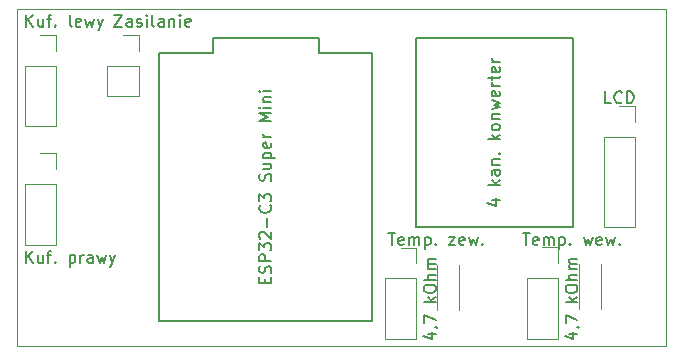
<source format=gbr>
%TF.GenerationSoftware,KiCad,Pcbnew,8.0.4*%
%TF.CreationDate,2024-09-06T18:43:01+02:00*%
%TF.ProjectId,Kokpit Final,4b6f6b70-6974-4204-9669-6e616c2e6b69,rev?*%
%TF.SameCoordinates,Original*%
%TF.FileFunction,Legend,Top*%
%TF.FilePolarity,Positive*%
%FSLAX46Y46*%
G04 Gerber Fmt 4.6, Leading zero omitted, Abs format (unit mm)*
G04 Created by KiCad (PCBNEW 8.0.4) date 2024-09-06 18:43:01*
%MOMM*%
%LPD*%
G01*
G04 APERTURE LIST*
%ADD10C,0.100000*%
%ADD11C,0.150000*%
%ADD12C,0.120000*%
%ADD13C,0.127000*%
G04 APERTURE END LIST*
D10*
X39000000Y-51000000D02*
X39000000Y-22500000D01*
X94000000Y-51000000D02*
X39000000Y-51000000D01*
X94000000Y-22500000D02*
X94000000Y-51000000D01*
X39000000Y-22500000D02*
X94000000Y-22500000D01*
D11*
X39785714Y-23954819D02*
X39785714Y-22954819D01*
X40357142Y-23954819D02*
X39928571Y-23383390D01*
X40357142Y-22954819D02*
X39785714Y-23526247D01*
X41214285Y-23288152D02*
X41214285Y-23954819D01*
X40785714Y-23288152D02*
X40785714Y-23811961D01*
X40785714Y-23811961D02*
X40833333Y-23907200D01*
X40833333Y-23907200D02*
X40928571Y-23954819D01*
X40928571Y-23954819D02*
X41071428Y-23954819D01*
X41071428Y-23954819D02*
X41166666Y-23907200D01*
X41166666Y-23907200D02*
X41214285Y-23859580D01*
X41547619Y-23288152D02*
X41928571Y-23288152D01*
X41690476Y-23954819D02*
X41690476Y-23097676D01*
X41690476Y-23097676D02*
X41738095Y-23002438D01*
X41738095Y-23002438D02*
X41833333Y-22954819D01*
X41833333Y-22954819D02*
X41928571Y-22954819D01*
X42261905Y-23859580D02*
X42309524Y-23907200D01*
X42309524Y-23907200D02*
X42261905Y-23954819D01*
X42261905Y-23954819D02*
X42214286Y-23907200D01*
X42214286Y-23907200D02*
X42261905Y-23859580D01*
X42261905Y-23859580D02*
X42261905Y-23954819D01*
X43642857Y-23954819D02*
X43547619Y-23907200D01*
X43547619Y-23907200D02*
X43500000Y-23811961D01*
X43500000Y-23811961D02*
X43500000Y-22954819D01*
X44404762Y-23907200D02*
X44309524Y-23954819D01*
X44309524Y-23954819D02*
X44119048Y-23954819D01*
X44119048Y-23954819D02*
X44023810Y-23907200D01*
X44023810Y-23907200D02*
X43976191Y-23811961D01*
X43976191Y-23811961D02*
X43976191Y-23431009D01*
X43976191Y-23431009D02*
X44023810Y-23335771D01*
X44023810Y-23335771D02*
X44119048Y-23288152D01*
X44119048Y-23288152D02*
X44309524Y-23288152D01*
X44309524Y-23288152D02*
X44404762Y-23335771D01*
X44404762Y-23335771D02*
X44452381Y-23431009D01*
X44452381Y-23431009D02*
X44452381Y-23526247D01*
X44452381Y-23526247D02*
X43976191Y-23621485D01*
X44785715Y-23288152D02*
X44976191Y-23954819D01*
X44976191Y-23954819D02*
X45166667Y-23478628D01*
X45166667Y-23478628D02*
X45357143Y-23954819D01*
X45357143Y-23954819D02*
X45547619Y-23288152D01*
X45833334Y-23288152D02*
X46071429Y-23954819D01*
X46309524Y-23288152D02*
X46071429Y-23954819D01*
X46071429Y-23954819D02*
X45976191Y-24192914D01*
X45976191Y-24192914D02*
X45928572Y-24240533D01*
X45928572Y-24240533D02*
X45833334Y-24288152D01*
X47238095Y-22954819D02*
X47904761Y-22954819D01*
X47904761Y-22954819D02*
X47238095Y-23954819D01*
X47238095Y-23954819D02*
X47904761Y-23954819D01*
X48714285Y-23954819D02*
X48714285Y-23431009D01*
X48714285Y-23431009D02*
X48666666Y-23335771D01*
X48666666Y-23335771D02*
X48571428Y-23288152D01*
X48571428Y-23288152D02*
X48380952Y-23288152D01*
X48380952Y-23288152D02*
X48285714Y-23335771D01*
X48714285Y-23907200D02*
X48619047Y-23954819D01*
X48619047Y-23954819D02*
X48380952Y-23954819D01*
X48380952Y-23954819D02*
X48285714Y-23907200D01*
X48285714Y-23907200D02*
X48238095Y-23811961D01*
X48238095Y-23811961D02*
X48238095Y-23716723D01*
X48238095Y-23716723D02*
X48285714Y-23621485D01*
X48285714Y-23621485D02*
X48380952Y-23573866D01*
X48380952Y-23573866D02*
X48619047Y-23573866D01*
X48619047Y-23573866D02*
X48714285Y-23526247D01*
X49142857Y-23907200D02*
X49238095Y-23954819D01*
X49238095Y-23954819D02*
X49428571Y-23954819D01*
X49428571Y-23954819D02*
X49523809Y-23907200D01*
X49523809Y-23907200D02*
X49571428Y-23811961D01*
X49571428Y-23811961D02*
X49571428Y-23764342D01*
X49571428Y-23764342D02*
X49523809Y-23669104D01*
X49523809Y-23669104D02*
X49428571Y-23621485D01*
X49428571Y-23621485D02*
X49285714Y-23621485D01*
X49285714Y-23621485D02*
X49190476Y-23573866D01*
X49190476Y-23573866D02*
X49142857Y-23478628D01*
X49142857Y-23478628D02*
X49142857Y-23431009D01*
X49142857Y-23431009D02*
X49190476Y-23335771D01*
X49190476Y-23335771D02*
X49285714Y-23288152D01*
X49285714Y-23288152D02*
X49428571Y-23288152D01*
X49428571Y-23288152D02*
X49523809Y-23335771D01*
X50000000Y-23954819D02*
X50000000Y-23288152D01*
X50000000Y-22954819D02*
X49952381Y-23002438D01*
X49952381Y-23002438D02*
X50000000Y-23050057D01*
X50000000Y-23050057D02*
X50047619Y-23002438D01*
X50047619Y-23002438D02*
X50000000Y-22954819D01*
X50000000Y-22954819D02*
X50000000Y-23050057D01*
X50619047Y-23954819D02*
X50523809Y-23907200D01*
X50523809Y-23907200D02*
X50476190Y-23811961D01*
X50476190Y-23811961D02*
X50476190Y-22954819D01*
X51428571Y-23954819D02*
X51428571Y-23431009D01*
X51428571Y-23431009D02*
X51380952Y-23335771D01*
X51380952Y-23335771D02*
X51285714Y-23288152D01*
X51285714Y-23288152D02*
X51095238Y-23288152D01*
X51095238Y-23288152D02*
X51000000Y-23335771D01*
X51428571Y-23907200D02*
X51333333Y-23954819D01*
X51333333Y-23954819D02*
X51095238Y-23954819D01*
X51095238Y-23954819D02*
X51000000Y-23907200D01*
X51000000Y-23907200D02*
X50952381Y-23811961D01*
X50952381Y-23811961D02*
X50952381Y-23716723D01*
X50952381Y-23716723D02*
X51000000Y-23621485D01*
X51000000Y-23621485D02*
X51095238Y-23573866D01*
X51095238Y-23573866D02*
X51333333Y-23573866D01*
X51333333Y-23573866D02*
X51428571Y-23526247D01*
X51904762Y-23288152D02*
X51904762Y-23954819D01*
X51904762Y-23383390D02*
X51952381Y-23335771D01*
X51952381Y-23335771D02*
X52047619Y-23288152D01*
X52047619Y-23288152D02*
X52190476Y-23288152D01*
X52190476Y-23288152D02*
X52285714Y-23335771D01*
X52285714Y-23335771D02*
X52333333Y-23431009D01*
X52333333Y-23431009D02*
X52333333Y-23954819D01*
X52809524Y-23954819D02*
X52809524Y-23288152D01*
X52809524Y-22954819D02*
X52761905Y-23002438D01*
X52761905Y-23002438D02*
X52809524Y-23050057D01*
X52809524Y-23050057D02*
X52857143Y-23002438D01*
X52857143Y-23002438D02*
X52809524Y-22954819D01*
X52809524Y-22954819D02*
X52809524Y-23050057D01*
X53666666Y-23907200D02*
X53571428Y-23954819D01*
X53571428Y-23954819D02*
X53380952Y-23954819D01*
X53380952Y-23954819D02*
X53285714Y-23907200D01*
X53285714Y-23907200D02*
X53238095Y-23811961D01*
X53238095Y-23811961D02*
X53238095Y-23431009D01*
X53238095Y-23431009D02*
X53285714Y-23335771D01*
X53285714Y-23335771D02*
X53380952Y-23288152D01*
X53380952Y-23288152D02*
X53571428Y-23288152D01*
X53571428Y-23288152D02*
X53666666Y-23335771D01*
X53666666Y-23335771D02*
X53714285Y-23431009D01*
X53714285Y-23431009D02*
X53714285Y-23526247D01*
X53714285Y-23526247D02*
X53238095Y-23621485D01*
X39761904Y-43954819D02*
X39761904Y-42954819D01*
X40333332Y-43954819D02*
X39904761Y-43383390D01*
X40333332Y-42954819D02*
X39761904Y-43526247D01*
X41190475Y-43288152D02*
X41190475Y-43954819D01*
X40761904Y-43288152D02*
X40761904Y-43811961D01*
X40761904Y-43811961D02*
X40809523Y-43907200D01*
X40809523Y-43907200D02*
X40904761Y-43954819D01*
X40904761Y-43954819D02*
X41047618Y-43954819D01*
X41047618Y-43954819D02*
X41142856Y-43907200D01*
X41142856Y-43907200D02*
X41190475Y-43859580D01*
X41523809Y-43288152D02*
X41904761Y-43288152D01*
X41666666Y-43954819D02*
X41666666Y-43097676D01*
X41666666Y-43097676D02*
X41714285Y-43002438D01*
X41714285Y-43002438D02*
X41809523Y-42954819D01*
X41809523Y-42954819D02*
X41904761Y-42954819D01*
X42238095Y-43859580D02*
X42285714Y-43907200D01*
X42285714Y-43907200D02*
X42238095Y-43954819D01*
X42238095Y-43954819D02*
X42190476Y-43907200D01*
X42190476Y-43907200D02*
X42238095Y-43859580D01*
X42238095Y-43859580D02*
X42238095Y-43954819D01*
X43476190Y-43288152D02*
X43476190Y-44288152D01*
X43476190Y-43335771D02*
X43571428Y-43288152D01*
X43571428Y-43288152D02*
X43761904Y-43288152D01*
X43761904Y-43288152D02*
X43857142Y-43335771D01*
X43857142Y-43335771D02*
X43904761Y-43383390D01*
X43904761Y-43383390D02*
X43952380Y-43478628D01*
X43952380Y-43478628D02*
X43952380Y-43764342D01*
X43952380Y-43764342D02*
X43904761Y-43859580D01*
X43904761Y-43859580D02*
X43857142Y-43907200D01*
X43857142Y-43907200D02*
X43761904Y-43954819D01*
X43761904Y-43954819D02*
X43571428Y-43954819D01*
X43571428Y-43954819D02*
X43476190Y-43907200D01*
X44380952Y-43954819D02*
X44380952Y-43288152D01*
X44380952Y-43478628D02*
X44428571Y-43383390D01*
X44428571Y-43383390D02*
X44476190Y-43335771D01*
X44476190Y-43335771D02*
X44571428Y-43288152D01*
X44571428Y-43288152D02*
X44666666Y-43288152D01*
X45428571Y-43954819D02*
X45428571Y-43431009D01*
X45428571Y-43431009D02*
X45380952Y-43335771D01*
X45380952Y-43335771D02*
X45285714Y-43288152D01*
X45285714Y-43288152D02*
X45095238Y-43288152D01*
X45095238Y-43288152D02*
X45000000Y-43335771D01*
X45428571Y-43907200D02*
X45333333Y-43954819D01*
X45333333Y-43954819D02*
X45095238Y-43954819D01*
X45095238Y-43954819D02*
X45000000Y-43907200D01*
X45000000Y-43907200D02*
X44952381Y-43811961D01*
X44952381Y-43811961D02*
X44952381Y-43716723D01*
X44952381Y-43716723D02*
X45000000Y-43621485D01*
X45000000Y-43621485D02*
X45095238Y-43573866D01*
X45095238Y-43573866D02*
X45333333Y-43573866D01*
X45333333Y-43573866D02*
X45428571Y-43526247D01*
X45809524Y-43288152D02*
X46000000Y-43954819D01*
X46000000Y-43954819D02*
X46190476Y-43478628D01*
X46190476Y-43478628D02*
X46380952Y-43954819D01*
X46380952Y-43954819D02*
X46571428Y-43288152D01*
X46857143Y-43288152D02*
X47095238Y-43954819D01*
X47333333Y-43288152D02*
X47095238Y-43954819D01*
X47095238Y-43954819D02*
X47000000Y-44192914D01*
X47000000Y-44192914D02*
X46952381Y-44240533D01*
X46952381Y-44240533D02*
X46857143Y-44288152D01*
X81833334Y-41454819D02*
X82404762Y-41454819D01*
X82119048Y-42454819D02*
X82119048Y-41454819D01*
X83119048Y-42407200D02*
X83023810Y-42454819D01*
X83023810Y-42454819D02*
X82833334Y-42454819D01*
X82833334Y-42454819D02*
X82738096Y-42407200D01*
X82738096Y-42407200D02*
X82690477Y-42311961D01*
X82690477Y-42311961D02*
X82690477Y-41931009D01*
X82690477Y-41931009D02*
X82738096Y-41835771D01*
X82738096Y-41835771D02*
X82833334Y-41788152D01*
X82833334Y-41788152D02*
X83023810Y-41788152D01*
X83023810Y-41788152D02*
X83119048Y-41835771D01*
X83119048Y-41835771D02*
X83166667Y-41931009D01*
X83166667Y-41931009D02*
X83166667Y-42026247D01*
X83166667Y-42026247D02*
X82690477Y-42121485D01*
X83595239Y-42454819D02*
X83595239Y-41788152D01*
X83595239Y-41883390D02*
X83642858Y-41835771D01*
X83642858Y-41835771D02*
X83738096Y-41788152D01*
X83738096Y-41788152D02*
X83880953Y-41788152D01*
X83880953Y-41788152D02*
X83976191Y-41835771D01*
X83976191Y-41835771D02*
X84023810Y-41931009D01*
X84023810Y-41931009D02*
X84023810Y-42454819D01*
X84023810Y-41931009D02*
X84071429Y-41835771D01*
X84071429Y-41835771D02*
X84166667Y-41788152D01*
X84166667Y-41788152D02*
X84309524Y-41788152D01*
X84309524Y-41788152D02*
X84404763Y-41835771D01*
X84404763Y-41835771D02*
X84452382Y-41931009D01*
X84452382Y-41931009D02*
X84452382Y-42454819D01*
X84928572Y-41788152D02*
X84928572Y-42788152D01*
X84928572Y-41835771D02*
X85023810Y-41788152D01*
X85023810Y-41788152D02*
X85214286Y-41788152D01*
X85214286Y-41788152D02*
X85309524Y-41835771D01*
X85309524Y-41835771D02*
X85357143Y-41883390D01*
X85357143Y-41883390D02*
X85404762Y-41978628D01*
X85404762Y-41978628D02*
X85404762Y-42264342D01*
X85404762Y-42264342D02*
X85357143Y-42359580D01*
X85357143Y-42359580D02*
X85309524Y-42407200D01*
X85309524Y-42407200D02*
X85214286Y-42454819D01*
X85214286Y-42454819D02*
X85023810Y-42454819D01*
X85023810Y-42454819D02*
X84928572Y-42407200D01*
X85833334Y-42359580D02*
X85880953Y-42407200D01*
X85880953Y-42407200D02*
X85833334Y-42454819D01*
X85833334Y-42454819D02*
X85785715Y-42407200D01*
X85785715Y-42407200D02*
X85833334Y-42359580D01*
X85833334Y-42359580D02*
X85833334Y-42454819D01*
X86976191Y-41788152D02*
X87166667Y-42454819D01*
X87166667Y-42454819D02*
X87357143Y-41978628D01*
X87357143Y-41978628D02*
X87547619Y-42454819D01*
X87547619Y-42454819D02*
X87738095Y-41788152D01*
X88500000Y-42407200D02*
X88404762Y-42454819D01*
X88404762Y-42454819D02*
X88214286Y-42454819D01*
X88214286Y-42454819D02*
X88119048Y-42407200D01*
X88119048Y-42407200D02*
X88071429Y-42311961D01*
X88071429Y-42311961D02*
X88071429Y-41931009D01*
X88071429Y-41931009D02*
X88119048Y-41835771D01*
X88119048Y-41835771D02*
X88214286Y-41788152D01*
X88214286Y-41788152D02*
X88404762Y-41788152D01*
X88404762Y-41788152D02*
X88500000Y-41835771D01*
X88500000Y-41835771D02*
X88547619Y-41931009D01*
X88547619Y-41931009D02*
X88547619Y-42026247D01*
X88547619Y-42026247D02*
X88071429Y-42121485D01*
X88880953Y-41788152D02*
X89071429Y-42454819D01*
X89071429Y-42454819D02*
X89261905Y-41978628D01*
X89261905Y-41978628D02*
X89452381Y-42454819D01*
X89452381Y-42454819D02*
X89642857Y-41788152D01*
X90023810Y-42359580D02*
X90071429Y-42407200D01*
X90071429Y-42407200D02*
X90023810Y-42454819D01*
X90023810Y-42454819D02*
X89976191Y-42407200D01*
X89976191Y-42407200D02*
X90023810Y-42359580D01*
X90023810Y-42359580D02*
X90023810Y-42454819D01*
X70452381Y-41454819D02*
X71023809Y-41454819D01*
X70738095Y-42454819D02*
X70738095Y-41454819D01*
X71738095Y-42407200D02*
X71642857Y-42454819D01*
X71642857Y-42454819D02*
X71452381Y-42454819D01*
X71452381Y-42454819D02*
X71357143Y-42407200D01*
X71357143Y-42407200D02*
X71309524Y-42311961D01*
X71309524Y-42311961D02*
X71309524Y-41931009D01*
X71309524Y-41931009D02*
X71357143Y-41835771D01*
X71357143Y-41835771D02*
X71452381Y-41788152D01*
X71452381Y-41788152D02*
X71642857Y-41788152D01*
X71642857Y-41788152D02*
X71738095Y-41835771D01*
X71738095Y-41835771D02*
X71785714Y-41931009D01*
X71785714Y-41931009D02*
X71785714Y-42026247D01*
X71785714Y-42026247D02*
X71309524Y-42121485D01*
X72214286Y-42454819D02*
X72214286Y-41788152D01*
X72214286Y-41883390D02*
X72261905Y-41835771D01*
X72261905Y-41835771D02*
X72357143Y-41788152D01*
X72357143Y-41788152D02*
X72500000Y-41788152D01*
X72500000Y-41788152D02*
X72595238Y-41835771D01*
X72595238Y-41835771D02*
X72642857Y-41931009D01*
X72642857Y-41931009D02*
X72642857Y-42454819D01*
X72642857Y-41931009D02*
X72690476Y-41835771D01*
X72690476Y-41835771D02*
X72785714Y-41788152D01*
X72785714Y-41788152D02*
X72928571Y-41788152D01*
X72928571Y-41788152D02*
X73023810Y-41835771D01*
X73023810Y-41835771D02*
X73071429Y-41931009D01*
X73071429Y-41931009D02*
X73071429Y-42454819D01*
X73547619Y-41788152D02*
X73547619Y-42788152D01*
X73547619Y-41835771D02*
X73642857Y-41788152D01*
X73642857Y-41788152D02*
X73833333Y-41788152D01*
X73833333Y-41788152D02*
X73928571Y-41835771D01*
X73928571Y-41835771D02*
X73976190Y-41883390D01*
X73976190Y-41883390D02*
X74023809Y-41978628D01*
X74023809Y-41978628D02*
X74023809Y-42264342D01*
X74023809Y-42264342D02*
X73976190Y-42359580D01*
X73976190Y-42359580D02*
X73928571Y-42407200D01*
X73928571Y-42407200D02*
X73833333Y-42454819D01*
X73833333Y-42454819D02*
X73642857Y-42454819D01*
X73642857Y-42454819D02*
X73547619Y-42407200D01*
X74452381Y-42359580D02*
X74500000Y-42407200D01*
X74500000Y-42407200D02*
X74452381Y-42454819D01*
X74452381Y-42454819D02*
X74404762Y-42407200D01*
X74404762Y-42407200D02*
X74452381Y-42359580D01*
X74452381Y-42359580D02*
X74452381Y-42454819D01*
X75595238Y-41788152D02*
X76119047Y-41788152D01*
X76119047Y-41788152D02*
X75595238Y-42454819D01*
X75595238Y-42454819D02*
X76119047Y-42454819D01*
X76880952Y-42407200D02*
X76785714Y-42454819D01*
X76785714Y-42454819D02*
X76595238Y-42454819D01*
X76595238Y-42454819D02*
X76500000Y-42407200D01*
X76500000Y-42407200D02*
X76452381Y-42311961D01*
X76452381Y-42311961D02*
X76452381Y-41931009D01*
X76452381Y-41931009D02*
X76500000Y-41835771D01*
X76500000Y-41835771D02*
X76595238Y-41788152D01*
X76595238Y-41788152D02*
X76785714Y-41788152D01*
X76785714Y-41788152D02*
X76880952Y-41835771D01*
X76880952Y-41835771D02*
X76928571Y-41931009D01*
X76928571Y-41931009D02*
X76928571Y-42026247D01*
X76928571Y-42026247D02*
X76452381Y-42121485D01*
X77261905Y-41788152D02*
X77452381Y-42454819D01*
X77452381Y-42454819D02*
X77642857Y-41978628D01*
X77642857Y-41978628D02*
X77833333Y-42454819D01*
X77833333Y-42454819D02*
X78023809Y-41788152D01*
X78404762Y-42359580D02*
X78452381Y-42407200D01*
X78452381Y-42407200D02*
X78404762Y-42454819D01*
X78404762Y-42454819D02*
X78357143Y-42407200D01*
X78357143Y-42407200D02*
X78404762Y-42359580D01*
X78404762Y-42359580D02*
X78404762Y-42454819D01*
X85788152Y-49952380D02*
X86454819Y-49952380D01*
X85407200Y-50190475D02*
X86121485Y-50428570D01*
X86121485Y-50428570D02*
X86121485Y-49809523D01*
X86407200Y-49380951D02*
X86454819Y-49380951D01*
X86454819Y-49380951D02*
X86550057Y-49428570D01*
X86550057Y-49428570D02*
X86597676Y-49476189D01*
X85454819Y-49047618D02*
X85454819Y-48380952D01*
X85454819Y-48380952D02*
X86454819Y-48809523D01*
X86454819Y-47238094D02*
X85454819Y-47238094D01*
X86073866Y-47142856D02*
X86454819Y-46857142D01*
X85788152Y-46857142D02*
X86169104Y-47238094D01*
X85454819Y-46238094D02*
X85454819Y-46047618D01*
X85454819Y-46047618D02*
X85502438Y-45952380D01*
X85502438Y-45952380D02*
X85597676Y-45857142D01*
X85597676Y-45857142D02*
X85788152Y-45809523D01*
X85788152Y-45809523D02*
X86121485Y-45809523D01*
X86121485Y-45809523D02*
X86311961Y-45857142D01*
X86311961Y-45857142D02*
X86407200Y-45952380D01*
X86407200Y-45952380D02*
X86454819Y-46047618D01*
X86454819Y-46047618D02*
X86454819Y-46238094D01*
X86454819Y-46238094D02*
X86407200Y-46333332D01*
X86407200Y-46333332D02*
X86311961Y-46428570D01*
X86311961Y-46428570D02*
X86121485Y-46476189D01*
X86121485Y-46476189D02*
X85788152Y-46476189D01*
X85788152Y-46476189D02*
X85597676Y-46428570D01*
X85597676Y-46428570D02*
X85502438Y-46333332D01*
X85502438Y-46333332D02*
X85454819Y-46238094D01*
X86454819Y-45380951D02*
X85454819Y-45380951D01*
X86454819Y-44952380D02*
X85931009Y-44952380D01*
X85931009Y-44952380D02*
X85835771Y-44999999D01*
X85835771Y-44999999D02*
X85788152Y-45095237D01*
X85788152Y-45095237D02*
X85788152Y-45238094D01*
X85788152Y-45238094D02*
X85835771Y-45333332D01*
X85835771Y-45333332D02*
X85883390Y-45380951D01*
X86454819Y-44476189D02*
X85788152Y-44476189D01*
X85883390Y-44476189D02*
X85835771Y-44428570D01*
X85835771Y-44428570D02*
X85788152Y-44333332D01*
X85788152Y-44333332D02*
X85788152Y-44190475D01*
X85788152Y-44190475D02*
X85835771Y-44095237D01*
X85835771Y-44095237D02*
X85931009Y-44047618D01*
X85931009Y-44047618D02*
X86454819Y-44047618D01*
X85931009Y-44047618D02*
X85835771Y-43999999D01*
X85835771Y-43999999D02*
X85788152Y-43904761D01*
X85788152Y-43904761D02*
X85788152Y-43761904D01*
X85788152Y-43761904D02*
X85835771Y-43666665D01*
X85835771Y-43666665D02*
X85931009Y-43619046D01*
X85931009Y-43619046D02*
X86454819Y-43619046D01*
X73788152Y-49952380D02*
X74454819Y-49952380D01*
X73407200Y-50190475D02*
X74121485Y-50428570D01*
X74121485Y-50428570D02*
X74121485Y-49809523D01*
X74407200Y-49380951D02*
X74454819Y-49380951D01*
X74454819Y-49380951D02*
X74550057Y-49428570D01*
X74550057Y-49428570D02*
X74597676Y-49476189D01*
X73454819Y-49047618D02*
X73454819Y-48380952D01*
X73454819Y-48380952D02*
X74454819Y-48809523D01*
X74454819Y-47238094D02*
X73454819Y-47238094D01*
X74073866Y-47142856D02*
X74454819Y-46857142D01*
X73788152Y-46857142D02*
X74169104Y-47238094D01*
X73454819Y-46238094D02*
X73454819Y-46047618D01*
X73454819Y-46047618D02*
X73502438Y-45952380D01*
X73502438Y-45952380D02*
X73597676Y-45857142D01*
X73597676Y-45857142D02*
X73788152Y-45809523D01*
X73788152Y-45809523D02*
X74121485Y-45809523D01*
X74121485Y-45809523D02*
X74311961Y-45857142D01*
X74311961Y-45857142D02*
X74407200Y-45952380D01*
X74407200Y-45952380D02*
X74454819Y-46047618D01*
X74454819Y-46047618D02*
X74454819Y-46238094D01*
X74454819Y-46238094D02*
X74407200Y-46333332D01*
X74407200Y-46333332D02*
X74311961Y-46428570D01*
X74311961Y-46428570D02*
X74121485Y-46476189D01*
X74121485Y-46476189D02*
X73788152Y-46476189D01*
X73788152Y-46476189D02*
X73597676Y-46428570D01*
X73597676Y-46428570D02*
X73502438Y-46333332D01*
X73502438Y-46333332D02*
X73454819Y-46238094D01*
X74454819Y-45380951D02*
X73454819Y-45380951D01*
X74454819Y-44952380D02*
X73931009Y-44952380D01*
X73931009Y-44952380D02*
X73835771Y-44999999D01*
X73835771Y-44999999D02*
X73788152Y-45095237D01*
X73788152Y-45095237D02*
X73788152Y-45238094D01*
X73788152Y-45238094D02*
X73835771Y-45333332D01*
X73835771Y-45333332D02*
X73883390Y-45380951D01*
X74454819Y-44476189D02*
X73788152Y-44476189D01*
X73883390Y-44476189D02*
X73835771Y-44428570D01*
X73835771Y-44428570D02*
X73788152Y-44333332D01*
X73788152Y-44333332D02*
X73788152Y-44190475D01*
X73788152Y-44190475D02*
X73835771Y-44095237D01*
X73835771Y-44095237D02*
X73931009Y-44047618D01*
X73931009Y-44047618D02*
X74454819Y-44047618D01*
X73931009Y-44047618D02*
X73835771Y-43999999D01*
X73835771Y-43999999D02*
X73788152Y-43904761D01*
X73788152Y-43904761D02*
X73788152Y-43761904D01*
X73788152Y-43761904D02*
X73835771Y-43666665D01*
X73835771Y-43666665D02*
X73931009Y-43619046D01*
X73931009Y-43619046D02*
X74454819Y-43619046D01*
X89309523Y-30454819D02*
X88833333Y-30454819D01*
X88833333Y-30454819D02*
X88833333Y-29454819D01*
X90214285Y-30359580D02*
X90166666Y-30407200D01*
X90166666Y-30407200D02*
X90023809Y-30454819D01*
X90023809Y-30454819D02*
X89928571Y-30454819D01*
X89928571Y-30454819D02*
X89785714Y-30407200D01*
X89785714Y-30407200D02*
X89690476Y-30311961D01*
X89690476Y-30311961D02*
X89642857Y-30216723D01*
X89642857Y-30216723D02*
X89595238Y-30026247D01*
X89595238Y-30026247D02*
X89595238Y-29883390D01*
X89595238Y-29883390D02*
X89642857Y-29692914D01*
X89642857Y-29692914D02*
X89690476Y-29597676D01*
X89690476Y-29597676D02*
X89785714Y-29502438D01*
X89785714Y-29502438D02*
X89928571Y-29454819D01*
X89928571Y-29454819D02*
X90023809Y-29454819D01*
X90023809Y-29454819D02*
X90166666Y-29502438D01*
X90166666Y-29502438D02*
X90214285Y-29550057D01*
X90642857Y-30454819D02*
X90642857Y-29454819D01*
X90642857Y-29454819D02*
X90880952Y-29454819D01*
X90880952Y-29454819D02*
X91023809Y-29502438D01*
X91023809Y-29502438D02*
X91119047Y-29597676D01*
X91119047Y-29597676D02*
X91166666Y-29692914D01*
X91166666Y-29692914D02*
X91214285Y-29883390D01*
X91214285Y-29883390D02*
X91214285Y-30026247D01*
X91214285Y-30026247D02*
X91166666Y-30216723D01*
X91166666Y-30216723D02*
X91119047Y-30311961D01*
X91119047Y-30311961D02*
X91023809Y-30407200D01*
X91023809Y-30407200D02*
X90880952Y-30454819D01*
X90880952Y-30454819D02*
X90642857Y-30454819D01*
X60001009Y-45669047D02*
X60001009Y-45335714D01*
X60524819Y-45192857D02*
X60524819Y-45669047D01*
X60524819Y-45669047D02*
X59524819Y-45669047D01*
X59524819Y-45669047D02*
X59524819Y-45192857D01*
X60477200Y-44811904D02*
X60524819Y-44669047D01*
X60524819Y-44669047D02*
X60524819Y-44430952D01*
X60524819Y-44430952D02*
X60477200Y-44335714D01*
X60477200Y-44335714D02*
X60429580Y-44288095D01*
X60429580Y-44288095D02*
X60334342Y-44240476D01*
X60334342Y-44240476D02*
X60239104Y-44240476D01*
X60239104Y-44240476D02*
X60143866Y-44288095D01*
X60143866Y-44288095D02*
X60096247Y-44335714D01*
X60096247Y-44335714D02*
X60048628Y-44430952D01*
X60048628Y-44430952D02*
X60001009Y-44621428D01*
X60001009Y-44621428D02*
X59953390Y-44716666D01*
X59953390Y-44716666D02*
X59905771Y-44764285D01*
X59905771Y-44764285D02*
X59810533Y-44811904D01*
X59810533Y-44811904D02*
X59715295Y-44811904D01*
X59715295Y-44811904D02*
X59620057Y-44764285D01*
X59620057Y-44764285D02*
X59572438Y-44716666D01*
X59572438Y-44716666D02*
X59524819Y-44621428D01*
X59524819Y-44621428D02*
X59524819Y-44383333D01*
X59524819Y-44383333D02*
X59572438Y-44240476D01*
X60524819Y-43811904D02*
X59524819Y-43811904D01*
X59524819Y-43811904D02*
X59524819Y-43430952D01*
X59524819Y-43430952D02*
X59572438Y-43335714D01*
X59572438Y-43335714D02*
X59620057Y-43288095D01*
X59620057Y-43288095D02*
X59715295Y-43240476D01*
X59715295Y-43240476D02*
X59858152Y-43240476D01*
X59858152Y-43240476D02*
X59953390Y-43288095D01*
X59953390Y-43288095D02*
X60001009Y-43335714D01*
X60001009Y-43335714D02*
X60048628Y-43430952D01*
X60048628Y-43430952D02*
X60048628Y-43811904D01*
X59524819Y-42907142D02*
X59524819Y-42288095D01*
X59524819Y-42288095D02*
X59905771Y-42621428D01*
X59905771Y-42621428D02*
X59905771Y-42478571D01*
X59905771Y-42478571D02*
X59953390Y-42383333D01*
X59953390Y-42383333D02*
X60001009Y-42335714D01*
X60001009Y-42335714D02*
X60096247Y-42288095D01*
X60096247Y-42288095D02*
X60334342Y-42288095D01*
X60334342Y-42288095D02*
X60429580Y-42335714D01*
X60429580Y-42335714D02*
X60477200Y-42383333D01*
X60477200Y-42383333D02*
X60524819Y-42478571D01*
X60524819Y-42478571D02*
X60524819Y-42764285D01*
X60524819Y-42764285D02*
X60477200Y-42859523D01*
X60477200Y-42859523D02*
X60429580Y-42907142D01*
X59620057Y-41907142D02*
X59572438Y-41859523D01*
X59572438Y-41859523D02*
X59524819Y-41764285D01*
X59524819Y-41764285D02*
X59524819Y-41526190D01*
X59524819Y-41526190D02*
X59572438Y-41430952D01*
X59572438Y-41430952D02*
X59620057Y-41383333D01*
X59620057Y-41383333D02*
X59715295Y-41335714D01*
X59715295Y-41335714D02*
X59810533Y-41335714D01*
X59810533Y-41335714D02*
X59953390Y-41383333D01*
X59953390Y-41383333D02*
X60524819Y-41954761D01*
X60524819Y-41954761D02*
X60524819Y-41335714D01*
X60143866Y-40907142D02*
X60143866Y-40145238D01*
X60429580Y-39097619D02*
X60477200Y-39145238D01*
X60477200Y-39145238D02*
X60524819Y-39288095D01*
X60524819Y-39288095D02*
X60524819Y-39383333D01*
X60524819Y-39383333D02*
X60477200Y-39526190D01*
X60477200Y-39526190D02*
X60381961Y-39621428D01*
X60381961Y-39621428D02*
X60286723Y-39669047D01*
X60286723Y-39669047D02*
X60096247Y-39716666D01*
X60096247Y-39716666D02*
X59953390Y-39716666D01*
X59953390Y-39716666D02*
X59762914Y-39669047D01*
X59762914Y-39669047D02*
X59667676Y-39621428D01*
X59667676Y-39621428D02*
X59572438Y-39526190D01*
X59572438Y-39526190D02*
X59524819Y-39383333D01*
X59524819Y-39383333D02*
X59524819Y-39288095D01*
X59524819Y-39288095D02*
X59572438Y-39145238D01*
X59572438Y-39145238D02*
X59620057Y-39097619D01*
X59524819Y-38764285D02*
X59524819Y-38145238D01*
X59524819Y-38145238D02*
X59905771Y-38478571D01*
X59905771Y-38478571D02*
X59905771Y-38335714D01*
X59905771Y-38335714D02*
X59953390Y-38240476D01*
X59953390Y-38240476D02*
X60001009Y-38192857D01*
X60001009Y-38192857D02*
X60096247Y-38145238D01*
X60096247Y-38145238D02*
X60334342Y-38145238D01*
X60334342Y-38145238D02*
X60429580Y-38192857D01*
X60429580Y-38192857D02*
X60477200Y-38240476D01*
X60477200Y-38240476D02*
X60524819Y-38335714D01*
X60524819Y-38335714D02*
X60524819Y-38621428D01*
X60524819Y-38621428D02*
X60477200Y-38716666D01*
X60477200Y-38716666D02*
X60429580Y-38764285D01*
X60477200Y-37002380D02*
X60524819Y-36859523D01*
X60524819Y-36859523D02*
X60524819Y-36621428D01*
X60524819Y-36621428D02*
X60477200Y-36526190D01*
X60477200Y-36526190D02*
X60429580Y-36478571D01*
X60429580Y-36478571D02*
X60334342Y-36430952D01*
X60334342Y-36430952D02*
X60239104Y-36430952D01*
X60239104Y-36430952D02*
X60143866Y-36478571D01*
X60143866Y-36478571D02*
X60096247Y-36526190D01*
X60096247Y-36526190D02*
X60048628Y-36621428D01*
X60048628Y-36621428D02*
X60001009Y-36811904D01*
X60001009Y-36811904D02*
X59953390Y-36907142D01*
X59953390Y-36907142D02*
X59905771Y-36954761D01*
X59905771Y-36954761D02*
X59810533Y-37002380D01*
X59810533Y-37002380D02*
X59715295Y-37002380D01*
X59715295Y-37002380D02*
X59620057Y-36954761D01*
X59620057Y-36954761D02*
X59572438Y-36907142D01*
X59572438Y-36907142D02*
X59524819Y-36811904D01*
X59524819Y-36811904D02*
X59524819Y-36573809D01*
X59524819Y-36573809D02*
X59572438Y-36430952D01*
X59858152Y-35573809D02*
X60524819Y-35573809D01*
X59858152Y-36002380D02*
X60381961Y-36002380D01*
X60381961Y-36002380D02*
X60477200Y-35954761D01*
X60477200Y-35954761D02*
X60524819Y-35859523D01*
X60524819Y-35859523D02*
X60524819Y-35716666D01*
X60524819Y-35716666D02*
X60477200Y-35621428D01*
X60477200Y-35621428D02*
X60429580Y-35573809D01*
X59858152Y-35097618D02*
X60858152Y-35097618D01*
X59905771Y-35097618D02*
X59858152Y-35002380D01*
X59858152Y-35002380D02*
X59858152Y-34811904D01*
X59858152Y-34811904D02*
X59905771Y-34716666D01*
X59905771Y-34716666D02*
X59953390Y-34669047D01*
X59953390Y-34669047D02*
X60048628Y-34621428D01*
X60048628Y-34621428D02*
X60334342Y-34621428D01*
X60334342Y-34621428D02*
X60429580Y-34669047D01*
X60429580Y-34669047D02*
X60477200Y-34716666D01*
X60477200Y-34716666D02*
X60524819Y-34811904D01*
X60524819Y-34811904D02*
X60524819Y-35002380D01*
X60524819Y-35002380D02*
X60477200Y-35097618D01*
X60477200Y-33811904D02*
X60524819Y-33907142D01*
X60524819Y-33907142D02*
X60524819Y-34097618D01*
X60524819Y-34097618D02*
X60477200Y-34192856D01*
X60477200Y-34192856D02*
X60381961Y-34240475D01*
X60381961Y-34240475D02*
X60001009Y-34240475D01*
X60001009Y-34240475D02*
X59905771Y-34192856D01*
X59905771Y-34192856D02*
X59858152Y-34097618D01*
X59858152Y-34097618D02*
X59858152Y-33907142D01*
X59858152Y-33907142D02*
X59905771Y-33811904D01*
X59905771Y-33811904D02*
X60001009Y-33764285D01*
X60001009Y-33764285D02*
X60096247Y-33764285D01*
X60096247Y-33764285D02*
X60191485Y-34240475D01*
X60524819Y-33335713D02*
X59858152Y-33335713D01*
X60048628Y-33335713D02*
X59953390Y-33288094D01*
X59953390Y-33288094D02*
X59905771Y-33240475D01*
X59905771Y-33240475D02*
X59858152Y-33145237D01*
X59858152Y-33145237D02*
X59858152Y-33049999D01*
X60524819Y-31954760D02*
X59524819Y-31954760D01*
X59524819Y-31954760D02*
X60239104Y-31621427D01*
X60239104Y-31621427D02*
X59524819Y-31288094D01*
X59524819Y-31288094D02*
X60524819Y-31288094D01*
X60524819Y-30811903D02*
X59858152Y-30811903D01*
X59524819Y-30811903D02*
X59572438Y-30859522D01*
X59572438Y-30859522D02*
X59620057Y-30811903D01*
X59620057Y-30811903D02*
X59572438Y-30764284D01*
X59572438Y-30764284D02*
X59524819Y-30811903D01*
X59524819Y-30811903D02*
X59620057Y-30811903D01*
X59858152Y-30335713D02*
X60524819Y-30335713D01*
X59953390Y-30335713D02*
X59905771Y-30288094D01*
X59905771Y-30288094D02*
X59858152Y-30192856D01*
X59858152Y-30192856D02*
X59858152Y-30049999D01*
X59858152Y-30049999D02*
X59905771Y-29954761D01*
X59905771Y-29954761D02*
X60001009Y-29907142D01*
X60001009Y-29907142D02*
X60524819Y-29907142D01*
X60524819Y-29430951D02*
X59858152Y-29430951D01*
X59524819Y-29430951D02*
X59572438Y-29478570D01*
X59572438Y-29478570D02*
X59620057Y-29430951D01*
X59620057Y-29430951D02*
X59572438Y-29383332D01*
X59572438Y-29383332D02*
X59524819Y-29430951D01*
X59524819Y-29430951D02*
X59620057Y-29430951D01*
X79208152Y-38639286D02*
X79874819Y-38639286D01*
X78827200Y-38877381D02*
X79541485Y-39115476D01*
X79541485Y-39115476D02*
X79541485Y-38496429D01*
X79874819Y-37353571D02*
X78874819Y-37353571D01*
X79493866Y-37258333D02*
X79874819Y-36972619D01*
X79208152Y-36972619D02*
X79589104Y-37353571D01*
X79874819Y-36115476D02*
X79351009Y-36115476D01*
X79351009Y-36115476D02*
X79255771Y-36163095D01*
X79255771Y-36163095D02*
X79208152Y-36258333D01*
X79208152Y-36258333D02*
X79208152Y-36448809D01*
X79208152Y-36448809D02*
X79255771Y-36544047D01*
X79827200Y-36115476D02*
X79874819Y-36210714D01*
X79874819Y-36210714D02*
X79874819Y-36448809D01*
X79874819Y-36448809D02*
X79827200Y-36544047D01*
X79827200Y-36544047D02*
X79731961Y-36591666D01*
X79731961Y-36591666D02*
X79636723Y-36591666D01*
X79636723Y-36591666D02*
X79541485Y-36544047D01*
X79541485Y-36544047D02*
X79493866Y-36448809D01*
X79493866Y-36448809D02*
X79493866Y-36210714D01*
X79493866Y-36210714D02*
X79446247Y-36115476D01*
X79208152Y-35639285D02*
X79874819Y-35639285D01*
X79303390Y-35639285D02*
X79255771Y-35591666D01*
X79255771Y-35591666D02*
X79208152Y-35496428D01*
X79208152Y-35496428D02*
X79208152Y-35353571D01*
X79208152Y-35353571D02*
X79255771Y-35258333D01*
X79255771Y-35258333D02*
X79351009Y-35210714D01*
X79351009Y-35210714D02*
X79874819Y-35210714D01*
X79779580Y-34734523D02*
X79827200Y-34686904D01*
X79827200Y-34686904D02*
X79874819Y-34734523D01*
X79874819Y-34734523D02*
X79827200Y-34782142D01*
X79827200Y-34782142D02*
X79779580Y-34734523D01*
X79779580Y-34734523D02*
X79874819Y-34734523D01*
X79874819Y-33496428D02*
X78874819Y-33496428D01*
X79493866Y-33401190D02*
X79874819Y-33115476D01*
X79208152Y-33115476D02*
X79589104Y-33496428D01*
X79874819Y-32544047D02*
X79827200Y-32639285D01*
X79827200Y-32639285D02*
X79779580Y-32686904D01*
X79779580Y-32686904D02*
X79684342Y-32734523D01*
X79684342Y-32734523D02*
X79398628Y-32734523D01*
X79398628Y-32734523D02*
X79303390Y-32686904D01*
X79303390Y-32686904D02*
X79255771Y-32639285D01*
X79255771Y-32639285D02*
X79208152Y-32544047D01*
X79208152Y-32544047D02*
X79208152Y-32401190D01*
X79208152Y-32401190D02*
X79255771Y-32305952D01*
X79255771Y-32305952D02*
X79303390Y-32258333D01*
X79303390Y-32258333D02*
X79398628Y-32210714D01*
X79398628Y-32210714D02*
X79684342Y-32210714D01*
X79684342Y-32210714D02*
X79779580Y-32258333D01*
X79779580Y-32258333D02*
X79827200Y-32305952D01*
X79827200Y-32305952D02*
X79874819Y-32401190D01*
X79874819Y-32401190D02*
X79874819Y-32544047D01*
X79208152Y-31782142D02*
X79874819Y-31782142D01*
X79303390Y-31782142D02*
X79255771Y-31734523D01*
X79255771Y-31734523D02*
X79208152Y-31639285D01*
X79208152Y-31639285D02*
X79208152Y-31496428D01*
X79208152Y-31496428D02*
X79255771Y-31401190D01*
X79255771Y-31401190D02*
X79351009Y-31353571D01*
X79351009Y-31353571D02*
X79874819Y-31353571D01*
X79208152Y-30972618D02*
X79874819Y-30782142D01*
X79874819Y-30782142D02*
X79398628Y-30591666D01*
X79398628Y-30591666D02*
X79874819Y-30401190D01*
X79874819Y-30401190D02*
X79208152Y-30210714D01*
X79827200Y-29448809D02*
X79874819Y-29544047D01*
X79874819Y-29544047D02*
X79874819Y-29734523D01*
X79874819Y-29734523D02*
X79827200Y-29829761D01*
X79827200Y-29829761D02*
X79731961Y-29877380D01*
X79731961Y-29877380D02*
X79351009Y-29877380D01*
X79351009Y-29877380D02*
X79255771Y-29829761D01*
X79255771Y-29829761D02*
X79208152Y-29734523D01*
X79208152Y-29734523D02*
X79208152Y-29544047D01*
X79208152Y-29544047D02*
X79255771Y-29448809D01*
X79255771Y-29448809D02*
X79351009Y-29401190D01*
X79351009Y-29401190D02*
X79446247Y-29401190D01*
X79446247Y-29401190D02*
X79541485Y-29877380D01*
X79874819Y-28972618D02*
X79208152Y-28972618D01*
X79398628Y-28972618D02*
X79303390Y-28924999D01*
X79303390Y-28924999D02*
X79255771Y-28877380D01*
X79255771Y-28877380D02*
X79208152Y-28782142D01*
X79208152Y-28782142D02*
X79208152Y-28686904D01*
X79208152Y-28496427D02*
X79208152Y-28115475D01*
X78874819Y-28353570D02*
X79731961Y-28353570D01*
X79731961Y-28353570D02*
X79827200Y-28305951D01*
X79827200Y-28305951D02*
X79874819Y-28210713D01*
X79874819Y-28210713D02*
X79874819Y-28115475D01*
X79827200Y-27401189D02*
X79874819Y-27496427D01*
X79874819Y-27496427D02*
X79874819Y-27686903D01*
X79874819Y-27686903D02*
X79827200Y-27782141D01*
X79827200Y-27782141D02*
X79731961Y-27829760D01*
X79731961Y-27829760D02*
X79351009Y-27829760D01*
X79351009Y-27829760D02*
X79255771Y-27782141D01*
X79255771Y-27782141D02*
X79208152Y-27686903D01*
X79208152Y-27686903D02*
X79208152Y-27496427D01*
X79208152Y-27496427D02*
X79255771Y-27401189D01*
X79255771Y-27401189D02*
X79351009Y-27353570D01*
X79351009Y-27353570D02*
X79446247Y-27353570D01*
X79446247Y-27353570D02*
X79541485Y-27829760D01*
X79874819Y-26924998D02*
X79208152Y-26924998D01*
X79398628Y-26924998D02*
X79303390Y-26877379D01*
X79303390Y-26877379D02*
X79255771Y-26829760D01*
X79255771Y-26829760D02*
X79208152Y-26734522D01*
X79208152Y-26734522D02*
X79208152Y-26639284D01*
D12*
%TO.C,Kuf. lewy*%
X39670000Y-27270000D02*
X39670000Y-32410000D01*
X39670000Y-27270000D02*
X42330000Y-27270000D01*
X39670000Y-32410000D02*
X42330000Y-32410000D01*
X41000000Y-24670000D02*
X42330000Y-24670000D01*
X42330000Y-24670000D02*
X42330000Y-26000000D01*
X42330000Y-27270000D02*
X42330000Y-32410000D01*
%TO.C,Zasilanie*%
X46670000Y-27270000D02*
X46670000Y-29870000D01*
X46670000Y-27270000D02*
X49330000Y-27270000D01*
X46670000Y-29870000D02*
X49330000Y-29870000D01*
X48000000Y-24670000D02*
X49330000Y-24670000D01*
X49330000Y-24670000D02*
X49330000Y-26000000D01*
X49330000Y-27270000D02*
X49330000Y-29870000D01*
%TO.C,Kuf. prawy*%
X39670000Y-37270000D02*
X39670000Y-42410000D01*
X39670000Y-37270000D02*
X42330000Y-37270000D01*
X39670000Y-42410000D02*
X42330000Y-42410000D01*
X41000000Y-34670000D02*
X42330000Y-34670000D01*
X42330000Y-34670000D02*
X42330000Y-36000000D01*
X42330000Y-37270000D02*
X42330000Y-42410000D01*
%TO.C,Temp. wew.*%
X82170000Y-45230000D02*
X82170000Y-50370000D01*
X82170000Y-45230000D02*
X84830000Y-45230000D01*
X82170000Y-50370000D02*
X84830000Y-50370000D01*
X83500000Y-42630000D02*
X84830000Y-42630000D01*
X84830000Y-42630000D02*
X84830000Y-43960000D01*
X84830000Y-45230000D02*
X84830000Y-50370000D01*
%TO.C,Temp. zew.*%
X70170000Y-45270000D02*
X70170000Y-50410000D01*
X70170000Y-45270000D02*
X72830000Y-45270000D01*
X70170000Y-50410000D02*
X72830000Y-50410000D01*
X71500000Y-42670000D02*
X72830000Y-42670000D01*
X72830000Y-42670000D02*
X72830000Y-44000000D01*
X72830000Y-45270000D02*
X72830000Y-50410000D01*
%TO.C,4\u002C7 kOhm*%
X86580000Y-47880000D02*
X86580000Y-44040000D01*
X88420000Y-47880000D02*
X88420000Y-44040000D01*
X74580000Y-47960000D02*
X74580000Y-44120000D01*
X76420000Y-47960000D02*
X76420000Y-44120000D01*
%TO.C,LCD*%
X88670000Y-33270000D02*
X88670000Y-40950000D01*
X88670000Y-33270000D02*
X91330000Y-33270000D01*
X88670000Y-40950000D02*
X91330000Y-40950000D01*
X90000000Y-30670000D02*
X91330000Y-30670000D01*
X91330000Y-30670000D02*
X91330000Y-32000000D01*
X91330000Y-33270000D02*
X91330000Y-40950000D01*
D13*
%TO.C,ESP32-C3 Super Mini*%
X69070000Y-48900000D02*
X51070000Y-48900000D01*
X69070000Y-48900000D02*
X69070000Y-26200000D01*
X69070000Y-26200000D02*
X64570000Y-26200000D01*
X51070000Y-48900000D02*
X51070000Y-26200000D01*
X64570000Y-24900000D02*
X55570000Y-24900000D01*
X64570000Y-24900000D02*
X64570000Y-26200000D01*
X55570000Y-24900000D02*
X55570000Y-26200000D01*
X55570000Y-26200000D02*
X51070000Y-26200000D01*
%TO.C,4 kan. konwerter*%
X72755000Y-24900000D02*
X86085000Y-24900000D01*
X72755000Y-40950000D02*
X72755000Y-24900000D01*
X86085000Y-24900000D02*
X86085000Y-40950000D01*
X86085000Y-40950000D02*
X72755000Y-40950000D01*
%TD*%
M02*

</source>
